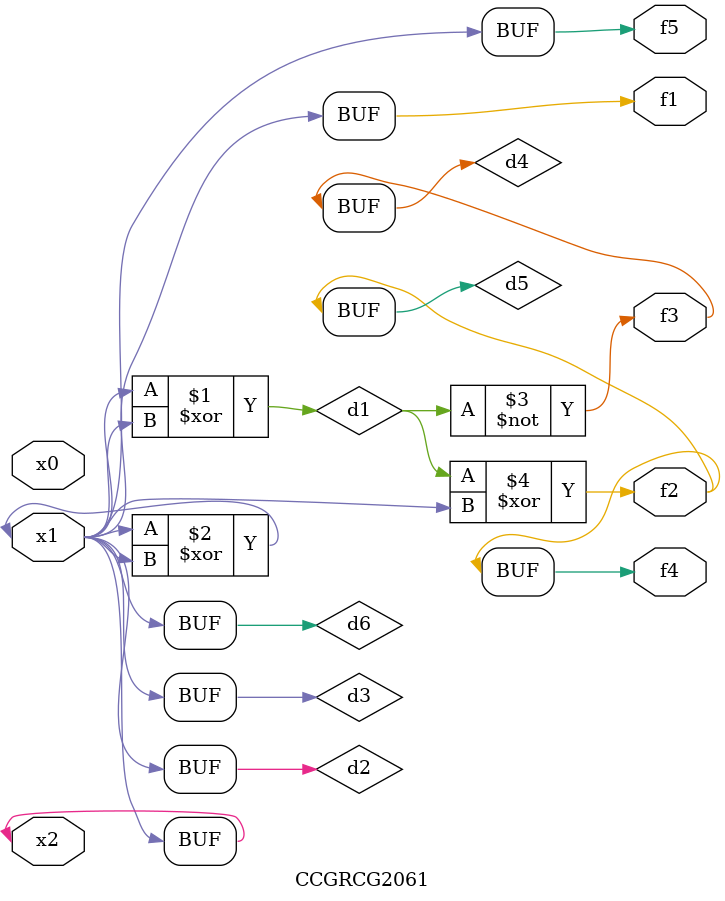
<source format=v>
module CCGRCG2061(
	input x0, x1, x2,
	output f1, f2, f3, f4, f5
);

	wire d1, d2, d3, d4, d5, d6;

	xor (d1, x1, x2);
	buf (d2, x1, x2);
	xor (d3, x1, x2);
	nor (d4, d1);
	xor (d5, d1, d2);
	buf (d6, d2, d3);
	assign f1 = d6;
	assign f2 = d5;
	assign f3 = d4;
	assign f4 = d5;
	assign f5 = d6;
endmodule

</source>
